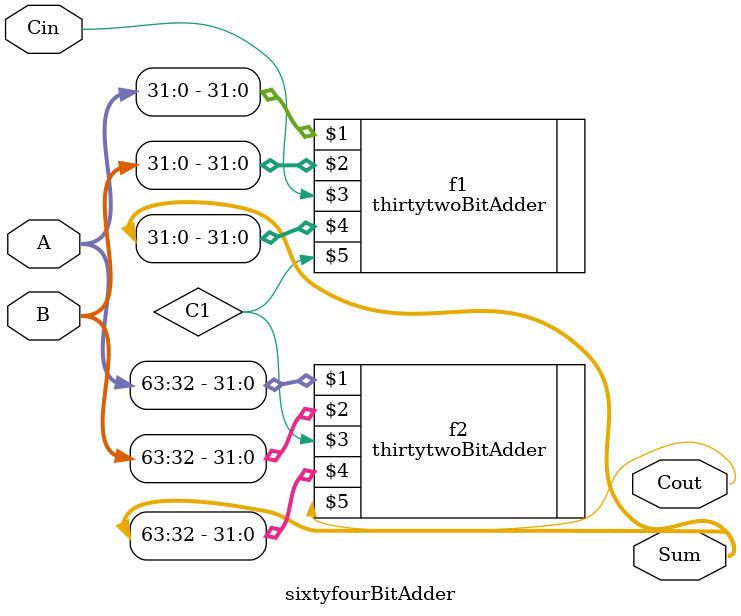
<source format=v>
`include "thirtytwoBitAdder.v"

module sixtyfourBitAdder(A,B,Cin,Sum,Cout);
	input [63:0] A,B;
	input Cin;
	output [63:0] Sum;
	output Cout;
	wire C1;
	
	thirtytwoBitAdder f1(A[31:0],B[31:0], Cin, Sum[31:0], C1);
	thirtytwoBitAdder f2(A[63:32],B[63:32], C1, Sum[63:32], Cout);
	
endmodule



</source>
